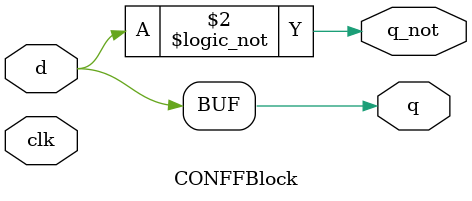
<source format=v>
module CONFFBlock(
  input wire clk, 
  input wire d, 
  output reg q, 
  output reg q_not
);	
	initial begin
		q <= 0;
		q_not <= 1;
	end
	
  always@(clk) 
	begin
		q <= d;
		q_not <= !d;
	end

endmodule

</source>
